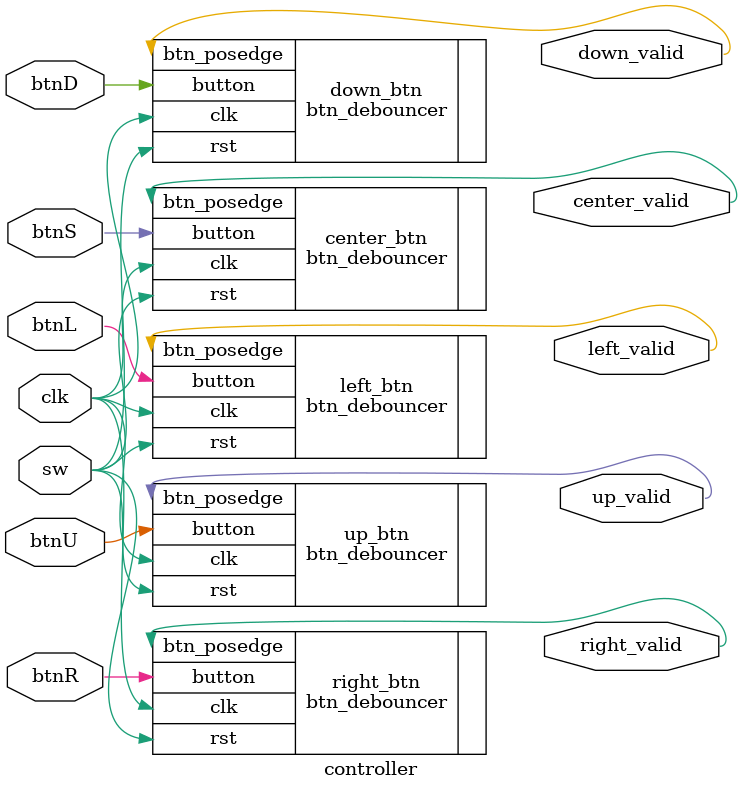
<source format=v>
`timescale 1ns / 1ps
module controller(
	// INPUT
	clk, btnU, btnD, btnL, btnR, btnS, sw,
	// OUTPUT
	up_valid, down_valid, left_valid, right_valid, center_valid
    );
	 
	input clk;
	input btnU; // up button
	input btnD; // down button
	input btnL; // left button
	input btnR; // right button
	input btnS; // center button
	input sw; // switch (reset toggle)
	
	output up_valid;
	output down_valid;
	output left_valid;
	output right_valid;
	output center_valid;	
	
	
	btn_debouncer up_btn(
		// INPUT
		.clk(clk), 
		.button(btnU), 
		.rst(sw),
		
		// OUTPUT
		.btn_posedge(up_valid)
   );
	
	btn_debouncer down_btn(
		// INPUT
		.clk(clk), 
		.button(btnD), 
		.rst(sw),
		
		// OUTPUT
		.btn_posedge(down_valid)
   );
	
	btn_debouncer left_btn(
		// INPUT
		.clk(clk), 
		.button(btnL), 
		.rst(sw),
		
		// OUTPUT
		.btn_posedge(left_valid)
   );
	
	btn_debouncer right_btn(
		// INPUT
		.clk(clk), 
		.button(btnR), 
		.rst(sw),
		
		// OUTPUT
		.btn_posedge(right_valid)
   );
	
	btn_debouncer center_btn(
		// INPUT
		.clk(clk), 
		.button(btnS), 
		.rst(sw),
		
		// OUTPUT
		.btn_posedge(center_valid)
   );




endmodule

</source>
